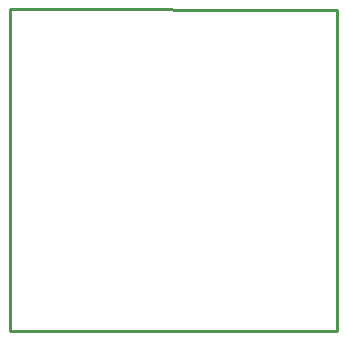
<source format=gbr>
G04 EAGLE Gerber RS-274X export*
G75*
%MOMM*%
%FSLAX34Y34*%
%LPD*%
%IN*%
%IPPOS*%
%AMOC8*
5,1,8,0,0,1.08239X$1,22.5*%
G01*
%ADD10C,0.254000*%


D10*
X-545Y272265D02*
X0Y0D01*
X276928Y-437D01*
X276382Y271828D01*
X-545Y272265D01*
M02*

</source>
